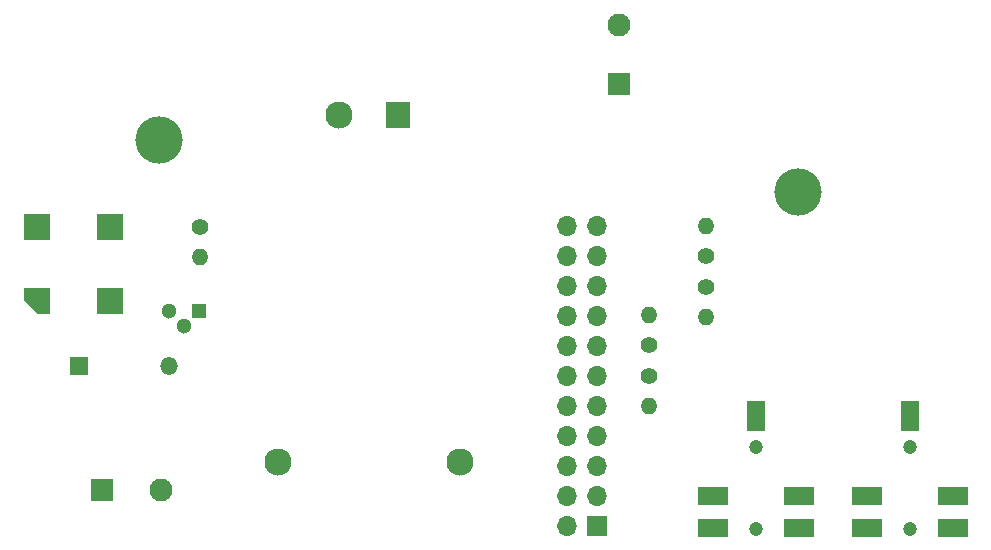
<source format=gbr>
%TF.GenerationSoftware,KiCad,Pcbnew,(6.0.8)*%
%TF.CreationDate,2022-11-26T11:41:08-06:00*%
%TF.ProjectId,tt-relay-board,74742d72-656c-4617-992d-626f6172642e,rev?*%
%TF.SameCoordinates,Original*%
%TF.FileFunction,Soldermask,Top*%
%TF.FilePolarity,Negative*%
%FSLAX46Y46*%
G04 Gerber Fmt 4.6, Leading zero omitted, Abs format (unit mm)*
G04 Created by KiCad (PCBNEW (6.0.8)) date 2022-11-26 11:41:08*
%MOMM*%
%LPD*%
G01*
G04 APERTURE LIST*
G04 Aperture macros list*
%AMFreePoly0*
4,1,6,1.100000,-1.100000,-1.100000,-1.100000,-1.100000,0.000000,0.000000,1.100000,1.100000,1.100000,1.100000,-1.100000,1.100000,-1.100000,$1*%
G04 Aperture macros list end*
%ADD10R,1.500000X1.500000*%
%ADD11O,1.500000X1.500000*%
%ADD12C,1.200000*%
%ADD13R,2.500000X1.500000*%
%ADD14R,1.500000X2.500000*%
%ADD15C,1.400000*%
%ADD16O,1.400000X1.400000*%
%ADD17FreePoly0,90.000000*%
%ADD18R,2.200000X2.200000*%
%ADD19R,1.950000X1.950000*%
%ADD20C,1.950000*%
%ADD21R,1.300000X1.300000*%
%ADD22C,1.300000*%
%ADD23R,2.000000X2.300000*%
%ADD24C,2.300000*%
%ADD25C,4.000000*%
%ADD26R,1.700000X1.700000*%
%ADD27O,1.700000X1.700000*%
G04 APERTURE END LIST*
D10*
%TO.C,D1*%
X48382000Y-85196000D03*
D11*
X56002000Y-85196000D03*
%TD*%
D12*
%TO.C,J8*%
X105664000Y-99027000D03*
X105664000Y-92027000D03*
D13*
X102039000Y-98927000D03*
D14*
X105664000Y-89427000D03*
D13*
X102039000Y-96227000D03*
X109289000Y-98927000D03*
X109289000Y-96227000D03*
%TD*%
D15*
%TO.C,R4*%
X101473000Y-75896000D03*
D16*
X101473000Y-73356000D03*
%TD*%
D17*
%TO.C,LS1*%
X44779000Y-79681000D03*
D18*
X44779000Y-73481000D03*
X50979000Y-79681000D03*
X50979000Y-73481000D03*
%TD*%
D19*
%TO.C,J1*%
X94113000Y-61301000D03*
D20*
X94113000Y-56301000D03*
%TD*%
D21*
%TO.C,Q1*%
X58547000Y-80518000D03*
D22*
X57277000Y-81788000D03*
X56007000Y-80518000D03*
%TD*%
D23*
%TO.C,PS1*%
X75398000Y-63923500D03*
D24*
X70398000Y-63923500D03*
X80598000Y-93323500D03*
X65198000Y-93323500D03*
%TD*%
D15*
%TO.C,R1*%
X58624000Y-73406000D03*
D16*
X58624000Y-75946000D03*
%TD*%
D15*
%TO.C,R2*%
X101473000Y-78536000D03*
D16*
X101473000Y-81076000D03*
%TD*%
D25*
%TO.C,H2*%
X109220000Y-70485000D03*
%TD*%
%TO.C,H1*%
X55118000Y-66040000D03*
%TD*%
D15*
%TO.C,R3*%
X96647000Y-86029000D03*
D16*
X96647000Y-88569000D03*
%TD*%
D12*
%TO.C,J7*%
X118745000Y-99027000D03*
X118745000Y-92027000D03*
D13*
X115120000Y-98927000D03*
D14*
X118745000Y-89427000D03*
D13*
X115120000Y-96227000D03*
X122370000Y-98927000D03*
X122370000Y-96227000D03*
%TD*%
D19*
%TO.C,J2*%
X50332000Y-95677000D03*
D20*
X55332000Y-95677000D03*
%TD*%
D15*
%TO.C,R5*%
X96647000Y-83389000D03*
D16*
X96647000Y-80849000D03*
%TD*%
D26*
%TO.C,J5*%
X92222000Y-98781000D03*
D27*
X89682000Y-98781000D03*
X92222000Y-96241000D03*
X89682000Y-96241000D03*
X92222000Y-93701000D03*
X89682000Y-93701000D03*
X92222000Y-91161000D03*
X89682000Y-91161000D03*
X92222000Y-88621000D03*
X89682000Y-88621000D03*
X92222000Y-86081000D03*
X89682000Y-86081000D03*
X92222000Y-83541000D03*
X89682000Y-83541000D03*
X92222000Y-81001000D03*
X89682000Y-81001000D03*
X92222000Y-78461000D03*
X89682000Y-78461000D03*
X92222000Y-75921000D03*
X89682000Y-75921000D03*
X92222000Y-73381000D03*
X89682000Y-73381000D03*
%TD*%
M02*

</source>
